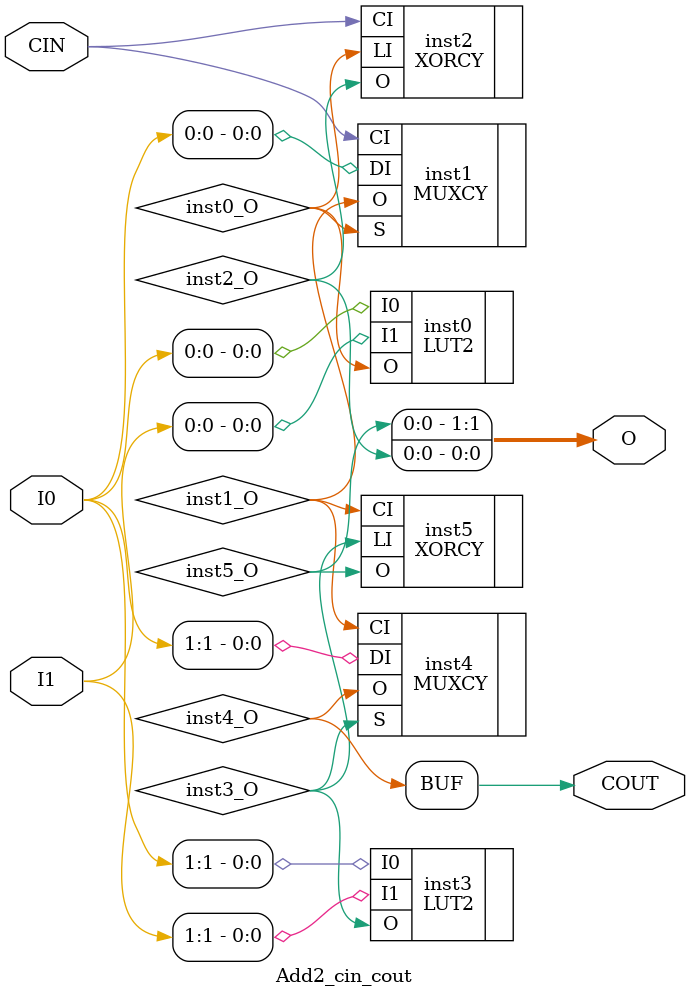
<source format=v>
module Add2_cin_cout (input [1:0] I0, input [1:0] I1, input  CIN, output [1:0] O, output  COUT);
wire  inst0_O;
wire  inst1_O;
wire  inst2_O;
wire  inst3_O;
wire  inst4_O;
wire  inst5_O;
LUT2 #(.INIT(4'h6)) inst0 (.I0(I0[0]), .I1(I1[0]), .O(inst0_O));
MUXCY inst1 (.DI(I0[0]), .CI(CIN), .S(inst0_O), .O(inst1_O));
XORCY inst2 (.LI(inst0_O), .CI(CIN), .O(inst2_O));
LUT2 #(.INIT(4'h6)) inst3 (.I0(I0[1]), .I1(I1[1]), .O(inst3_O));
MUXCY inst4 (.DI(I0[1]), .CI(inst1_O), .S(inst3_O), .O(inst4_O));
XORCY inst5 (.LI(inst3_O), .CI(inst1_O), .O(inst5_O));
assign O = {inst5_O,inst2_O};
assign COUT = inst4_O;
endmodule


</source>
